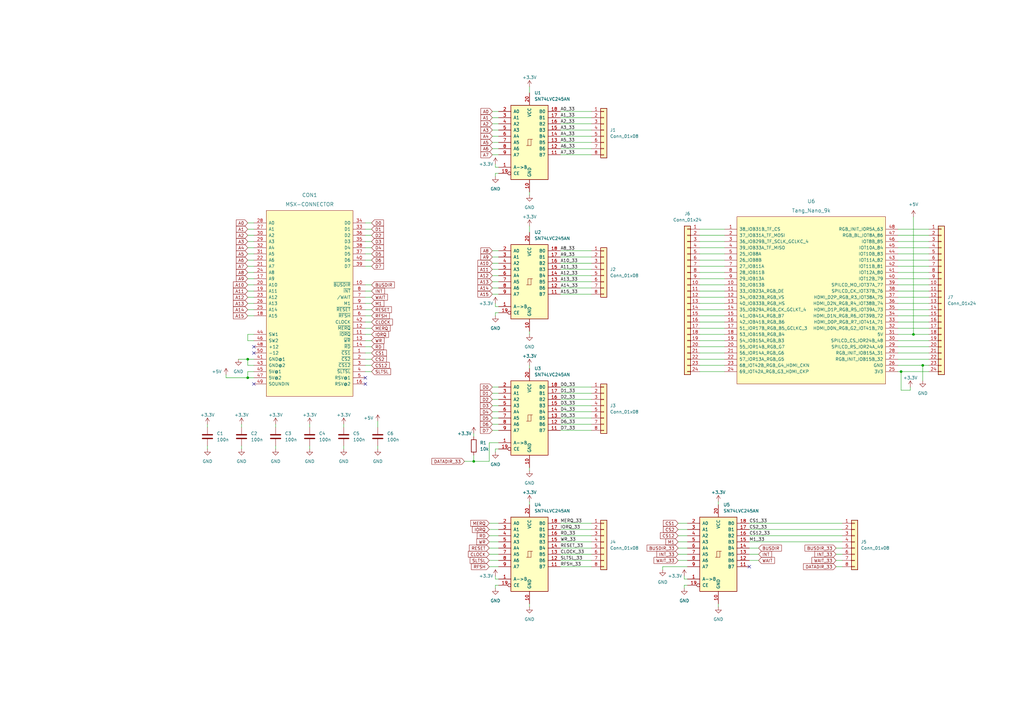
<source format=kicad_sch>
(kicad_sch (version 20211123) (generator eeschema)
  (paper "A3")
  (title_block (title "MSX-Tang Nano 9K Breakout") (date "2023-03-01"))
  (lib_symbols
    (symbol "Connector_Generic:Conn_01x08" (pin_names (offset 1.016) hide)
      (property "Reference" "J" (at 0 10.16 0))
      (property "Value" "Conn_01x08" (at 0 -12.7 0))
      (symbol "Conn_01x08_1_1"
        (pin passive line (at -5.08 7.62 0) (length 3.81) (name "Pin_1") (number "1"))
        (pin passive line (at -5.08 5.08 0) (length 3.81) (name "Pin_2") (number "2"))
        (pin passive line (at -5.08 2.54 0) (length 3.81) (name "Pin_3") (number "3"))
        (pin passive line (at -5.08 0 0) (length 3.81) (name "Pin_4") (number "4"))
        (pin passive line (at -5.08 -2.54 0) (length 3.81) (name "Pin_5") (number "5"))
        (pin passive line (at -5.08 -5.08 0) (length 3.81) (name "Pin_6") (number "6"))
        (pin passive line (at -5.08 -7.62 0) (length 3.81) (name "Pin_7") (number "7"))
        (pin passive line (at -5.08 -10.16 0) (length 3.81) (name "Pin_8") (number "8"))
      )
    )
    (symbol "Connector_Generic:Conn_01x24" (pin_names (offset 1.016) hide)
      (property "Reference" "J" (at 0 30.48 0))
      (property "Value" "Conn_01x24" (at 0 -33.02 0))
      (symbol "Conn_01x24_1_1"
        (pin passive line (at -5.08 27.94 0) (length 3.81) (name "Pin_1") (number "1"))
        (pin passive line (at -5.08 5.08 0) (length 3.81) (name "Pin_10") (number "10"))
        (pin passive line (at -5.08 2.54 0) (length 3.81) (name "Pin_11") (number "11"))
        (pin passive line (at -5.08 0 0) (length 3.81) (name "Pin_12") (number "12"))
        (pin passive line (at -5.08 -2.54 0) (length 3.81) (name "Pin_13") (number "13"))
        (pin passive line (at -5.08 -5.08 0) (length 3.81) (name "Pin_14") (number "14"))
        (pin passive line (at -5.08 -7.62 0) (length 3.81) (name "Pin_15") (number "15"))
        (pin passive line (at -5.08 -10.16 0) (length 3.81) (name "Pin_16") (number "16"))
        (pin passive line (at -5.08 -12.7 0) (length 3.81) (name "Pin_17") (number "17"))
        (pin passive line (at -5.08 -15.24 0) (length 3.81) (name "Pin_18") (number "18"))
        (pin passive line (at -5.08 -17.78 0) (length 3.81) (name "Pin_19") (number "19"))
        (pin passive line (at -5.08 25.4 0) (length 3.81) (name "Pin_2") (number "2"))
        (pin passive line (at -5.08 -20.32 0) (length 3.81) (name "Pin_20") (number "20"))
        (pin passive line (at -5.08 -22.86 0) (length 3.81) (name "Pin_21") (number "21"))
        (pin passive line (at -5.08 -25.4 0) (length 3.81) (name "Pin_22") (number "22"))
        (pin passive line (at -5.08 -27.94 0) (length 3.81) (name "Pin_23") (number "23"))
        (pin passive line (at -5.08 -30.48 0) (length 3.81) (name "Pin_24") (number "24"))
        (pin passive line (at -5.08 22.86 0) (length 3.81) (name "Pin_3") (number "3"))
        (pin passive line (at -5.08 20.32 0) (length 3.81) (name "Pin_4") (number "4"))
        (pin passive line (at -5.08 17.78 0) (length 3.81) (name "Pin_5") (number "5"))
        (pin passive line (at -5.08 15.24 0) (length 3.81) (name "Pin_6") (number "6"))
        (pin passive line (at -5.08 12.7 0) (length 3.81) (name "Pin_7") (number "7"))
        (pin passive line (at -5.08 10.16 0) (length 3.81) (name "Pin_8") (number "8"))
        (pin passive line (at -5.08 7.62 0) (length 3.81) (name "Pin_9") (number "9"))
      )
    )
    (symbol "Device:C" (pin_numbers hide) (pin_names (offset 0.254))
      (property "Reference" "C" (at 0.635 2.54 0))
      (property "Value" "C" (at 0.635 -2.54 0))
      (symbol "C_1_1"
        (pin passive line (at 0 3.81 270) (length 2.794) (name "~") (number "1"))
        (pin passive line (at 0 -3.81 90) (length 2.794) (name "~") (number "2"))
      )
    )
    (symbol "Device:R" (pin_numbers hide) (pin_names (offset 0))
      (property "Reference" "R" (at 2.032 0 90))
      (property "Value" "R" (at 0 0 90))
      (symbol "R_1_1"
        (pin passive line (at 0 3.81 270) (length 1.27) (name "~") (number "1"))
        (pin passive line (at 0 -3.81 90) (length 1.27) (name "~") (number "2"))
      )
    )
    (symbol "Mi_libreria:MSX-CONNECTOR" (pin_names (offset 1.016))
      (property "Reference" "CON1" (at -3.81 19.05 0))
      (property "Value" "MSX-CONNECTOR" (at -11.43 11.43 0))
      (symbol "MSX-CONNECTOR_1_0"
        (pin bidirectional line (at 22.86 -20.32 180) (length 5) (name "~{CS1}") (number "1"))
        (pin bidirectional line (at 22.86 7.62 180) (length 5) (name "~{BUSDIR}") (number "10"))
        (pin bidirectional line (at 22.86 -12.7 180) (length 5) (name "~{IORQ}") (number "11"))
        (pin bidirectional line (at 22.86 -10.16 180) (length 5) (name "~{MERQ}") (number "12"))
        (pin bidirectional line (at 22.86 -15.24 180) (length 5) (name "~{WR}") (number "13"))
        (pin bidirectional line (at 22.86 -17.78 180) (length 5) (name "~{RD}") (number "14"))
        (pin bidirectional line (at 22.86 -2.54 180) (length 5) (name "~{RESET}") (number "15"))
        (pin bidirectional line (at 22.86 -33.02 180) (length 5) (name "RSV@2") (number "16"))
        (pin bidirectional line (at -22.86 10.16 0) (length 5) (name "A9") (number "17"))
        (pin bidirectional line (at -22.86 -5.08 0) (length 5) (name "A15") (number "18"))
        (pin bidirectional line (at -22.86 5.08 0) (length 5) (name "A11") (number "19"))
        (pin bidirectional line (at 22.86 -22.86 180) (length 5) (name "~{CS2}") (number "2"))
        (pin bidirectional line (at -22.86 7.62 0) (length 5) (name "A10") (number "20"))
        (pin bidirectional line (at -22.86 15.24 0) (length 5) (name "A7") (number "21"))
        (pin bidirectional line (at -22.86 17.78 0) (length 5) (name "A6") (number "22"))
        (pin bidirectional line (at -22.86 2.54 0) (length 5) (name "A12") (number "23"))
        (pin bidirectional line (at -22.86 12.7 0) (length 5) (name "A8") (number "24"))
        (pin bidirectional line (at -22.86 -2.54 0) (length 5) (name "A14") (number "25"))
        (pin bidirectional line (at -22.86 0 0) (length 5) (name "A13") (number "26"))
        (pin bidirectional line (at -22.86 30.48 0) (length 5) (name "A1") (number "27"))
        (pin bidirectional line (at -22.86 33.02 0) (length 5) (name "A0") (number "28"))
        (pin bidirectional line (at -22.86 25.4 0) (length 5) (name "A3") (number "29"))
        (pin bidirectional line (at 22.86 -25.4 180) (length 5) (name "~{CS12}") (number "3"))
        (pin bidirectional line (at -22.86 27.94 0) (length 5) (name "A2") (number "30"))
        (pin bidirectional line (at -22.86 20.32 0) (length 5) (name "A5") (number "31"))
        (pin bidirectional line (at -22.86 22.86 0) (length 5) (name "A4") (number "32"))
        (pin bidirectional line (at 22.86 30.48 180) (length 5) (name "D1") (number "33"))
        (pin bidirectional line (at 22.86 33.02 180) (length 5) (name "D0") (number "34"))
        (pin bidirectional line (at 22.86 25.4 180) (length 5) (name "D3") (number "35"))
        (pin bidirectional line (at 22.86 27.94 180) (length 5) (name "D2") (number "36"))
        (pin bidirectional line (at 22.86 20.32 180) (length 5) (name "D5") (number "37"))
        (pin bidirectional line (at 22.86 22.86 180) (length 5) (name "D4") (number "38"))
        (pin bidirectional line (at 22.86 15.24 180) (length 5) (name "D7") (number "39"))
        (pin bidirectional line (at 22.86 -27.94 180) (length 5) (name "~{SLTSL}") (number "4"))
        (pin bidirectional line (at 22.86 17.78 180) (length 5) (name "D6") (number "40"))
        (pin bidirectional line (at -22.86 -22.86 0) (length 5) (name "GND@1") (number "41"))
        (pin bidirectional line (at 22.86 -7.62 180) (length 5) (name "CLOCK") (number "42"))
        (pin bidirectional line (at -22.86 -25.4 0) (length 5) (name "GND@2") (number "43"))
        (pin bidirectional line (at -22.86 -12.7 0) (length 5) (name "SW1") (number "44"))
        (pin bidirectional line (at -22.86 -27.94 0) (length 5) (name "5V@1") (number "45"))
        (pin bidirectional line (at -22.86 -15.24 0) (length 5) (name "SW2") (number "46"))
        (pin bidirectional line (at -22.86 -30.48 0) (length 5) (name "5V@2") (number "47"))
        (pin bidirectional line (at -22.86 -17.78 0) (length 5) (name "+12") (number "48"))
        (pin bidirectional line (at -22.86 -33.02 0) (length 5) (name "SOUNDIN") (number "49"))
        (pin bidirectional line (at 22.86 -30.48 180) (length 5) (name "RSV@1") (number "5"))
        (pin bidirectional line (at -22.86 -20.32 0) (length 5) (name "-12") (number "50"))
        (pin bidirectional line (at 22.86 -5.08 180) (length 5) (name "~{RFSH}") (number "6"))
        (pin bidirectional line (at 22.86 2.54 180) (length 5) (name "/WAIT") (number "7"))
        (pin bidirectional line (at 22.86 5.08 180) (length 5) (name "~{INT}") (number "8"))
        (pin bidirectional line (at 22.86 0 180) (length 5) (name "M1") (number "9"))
      )
    )
    (symbol "Mi_libreria:SN74LVC245AN" (pin_names (offset 1.016))
      (property "Reference" "U" (at -7.62 16.51 0))
      (property "Value" "SN74LVC245AN" (at -7.62 -16.51 0))
      (symbol "SN74LVC245AN_1_0"
        (pin input line (at -12.7 -10.16 0) (length 5.08) (name "A->B") (number "1"))
        (pin power_in line (at 0 -20.32 90) (length 5.08) (name "GND") (number "10"))
        (pin tri_state line (at 12.7 -5.08 180) (length 5.08) (name "B7") (number "11"))
        (pin tri_state line (at 12.7 -2.54 180) (length 5.08) (name "B6") (number "12"))
        (pin tri_state line (at 12.7 0 180) (length 5.08) (name "B5") (number "13"))
        (pin tri_state line (at 12.7 2.54 180) (length 5.08) (name "B4") (number "14"))
        (pin tri_state line (at 12.7 5.08 180) (length 5.08) (name "B3") (number "15"))
        (pin tri_state line (at 12.7 7.62 180) (length 5.08) (name "B2") (number "16"))
        (pin tri_state line (at 12.7 10.16 180) (length 5.08) (name "B1") (number "17"))
        (pin tri_state line (at 12.7 12.7 180) (length 5.08) (name "B0") (number "18"))
        (pin input inverted (at -12.7 -12.7 0) (length 5.08) (name "CE") (number "19"))
        (pin tri_state line (at -12.7 12.7 0) (length 5.08) (name "A0") (number "2"))
        (pin power_in line (at 0 20.32 270) (length 5.08) (name "VCC") (number "20"))
        (pin tri_state line (at -12.7 10.16 0) (length 5.08) (name "A1") (number "3"))
        (pin tri_state line (at -12.7 7.62 0) (length 5.08) (name "A2") (number "4"))
        (pin tri_state line (at -12.7 5.08 0) (length 5.08) (name "A3") (number "5"))
        (pin tri_state line (at -12.7 2.54 0) (length 5.08) (name "A4") (number "6"))
        (pin tri_state line (at -12.7 0 0) (length 5.08) (name "A5") (number "7"))
        (pin tri_state line (at -12.7 -2.54 0) (length 5.08) (name "A6") (number "8"))
        (pin tri_state line (at -12.7 -5.08 0) (length 5.08) (name "A7") (number "9"))
      )
    )
    (symbol "Mi_libreria:Tang_Nano_9k" (pin_names (offset 1.016))
      (property "Reference" "U" (at -5.08 15.24 0))
      (property "Value" "Tang_Nano_9k" (at -10.16 11.43 0))
      (symbol "Tang_Nano_9k_1_0"
        (pin bidirectional line (at -35.56 27.94 0) (length 5) (name "38_IOB31B_TF_CS") (number "1"))
        (pin bidirectional line (at -35.56 5.08 0) (length 5) (name "30_IOB13B") (number "10"))
        (pin bidirectional line (at -35.56 2.54 0) (length 5) (name "33_IOB23A_RGB_DE") (number "11"))
        (pin bidirectional line (at -35.56 0 0) (length 5) (name "34_IOB23B_RGB_VS") (number "12"))
        (pin bidirectional line (at -35.56 -2.54 0) (length 5) (name "40_IOB33B_RGB_HS") (number "13"))
        (pin bidirectional line (at -35.56 -5.08 0) (length 5) (name "35_IOB29A_RGB_CK_GCLKT_4") (number "14"))
        (pin bidirectional line (at -35.56 -7.62 0) (length 5) (name "41_IOB41A_RGB_B7") (number "15"))
        (pin bidirectional line (at -35.56 -10.16 0) (length 5) (name "42_IOB41B_RGB_B6") (number "16"))
        (pin bidirectional line (at -35.56 -12.7 0) (length 5) (name "51_IOR17B_RGB_B5_GCLKC_3") (number "17"))
        (pin bidirectional line (at -35.56 -15.24 0) (length 5) (name "53_IOB15B_RGB_B4") (number "18"))
        (pin bidirectional line (at -35.56 -17.78 0) (length 5) (name "54_IOB15A_RGB_B3") (number "19"))
        (pin bidirectional line (at -35.56 25.4 0) (length 5) (name "37_IOB31A_TF_MOSI") (number "2"))
        (pin bidirectional line (at -35.56 -20.32 0) (length 5) (name "55_IOR14B_RGB_G7") (number "20"))
        (pin bidirectional line (at -35.56 -22.86 0) (length 5) (name "56_IOR14A_RGB_G6") (number "21"))
        (pin bidirectional line (at -35.56 -25.4 0) (length 5) (name "57_IOR13A_RGB_G5") (number "22"))
        (pin bidirectional line (at -35.56 -27.94 0) (length 5) (name "68_IOT42B_RGB_G4_HDMI_CKN") (number "23"))
        (pin bidirectional line (at -35.56 -30.48 0) (length 5) (name "69_IOT42A_RGB_G3_HDMI_CKP") (number "24"))
        (pin bidirectional line (at 35.56 -30.48 180) (length 5) (name "3V3") (number "25"))
        (pin bidirectional line (at 35.56 -27.94 180) (length 5) (name "GND") (number "26"))
        (pin bidirectional line (at 35.56 -25.4 180) (length 5) (name "RGB_INIT_IOB15B_32") (number "27"))
        (pin bidirectional line (at 35.56 -22.86 180) (length 5) (name "RGB_INIT_IOB15A_31") (number "28"))
        (pin bidirectional line (at 35.56 -20.32 180) (length 5) (name "SPILCD_RS_IOR24A_49") (number "29"))
        (pin bidirectional line (at -35.56 22.86 0) (length 5) (name "36_IOB29B_TF_SCLK_GCLKC_4") (number "3"))
        (pin bidirectional line (at 35.56 -17.78 180) (length 5) (name "SPILCD_CS_IOR24B_48") (number "30"))
        (pin bidirectional line (at 35.56 -15.24 180) (length 5) (name "5V") (number "31"))
        (pin bidirectional line (at 35.56 -12.7 180) (length 5) (name "HDMI_D0N_RGB_G2_IOT41B_70") (number "32"))
        (pin bidirectional line (at 35.56 -10.16 180) (length 5) (name "HDMI_D0P_RGB_R7_IOT41A_71") (number "33"))
        (pin bidirectional line (at 35.56 -7.62 180) (length 5) (name "HDMI_D1N_RGB_R6_IOT39B_72") (number "34"))
        (pin bidirectional line (at 35.56 -5.08 180) (length 5) (name "HDMI_D1P_RGB_R5_IOT39A_73") (number "35"))
        (pin bidirectional line (at 35.56 -2.54 180) (length 5) (name "HDMI_D2N_RGB_R4_IOT38B_74") (number "36"))
        (pin bidirectional line (at 35.56 0 180) (length 5) (name "HDMI_D2P_RGB_R3_IOT38A_75") (number "37"))
        (pin bidirectional line (at 35.56 2.54 180) (length 5) (name "SPILCD_CK_IOT37B_76") (number "38"))
        (pin bidirectional line (at 35.56 5.08 180) (length 5) (name "SPILCD_MO_IOT37A_77") (number "39"))
        (pin bidirectional line (at -35.56 20.32 0) (length 5) (name "39_IOB33A_TF_MISO") (number "4"))
        (pin bidirectional line (at 35.56 7.62 180) (length 5) (name "IOT12B_79") (number "40"))
        (pin bidirectional line (at 35.56 10.16 180) (length 5) (name "IOT12A_80") (number "41"))
        (pin bidirectional line (at 35.56 12.7 180) (length 5) (name "IOT11B_81") (number "42"))
        (pin bidirectional line (at 35.56 15.24 180) (length 5) (name "IOT11A_82") (number "43"))
        (pin bidirectional line (at 35.56 17.78 180) (length 5) (name "IOT10B_83") (number "44"))
        (pin bidirectional line (at 35.56 20.32 180) (length 5) (name "IOT10A_84") (number "45"))
        (pin bidirectional line (at 35.56 22.86 180) (length 5) (name "IOT8B_85") (number "46"))
        (pin bidirectional line (at 35.56 25.4 180) (length 5) (name "RGB_BL_IOT8A_86") (number "47"))
        (pin bidirectional line (at 35.56 27.94 180) (length 5) (name "RGB_INIT_IOR5A_63") (number "48"))
        (pin bidirectional line (at -35.56 17.78 0) (length 5) (name "25_IOB8A") (number "5"))
        (pin bidirectional line (at -35.56 15.24 0) (length 5) (name "26_IOB8B") (number "6"))
        (pin bidirectional line (at -35.56 12.7 0) (length 5) (name "27_IOB11A") (number "7"))
        (pin bidirectional line (at -35.56 10.16 0) (length 5) (name "28_IOB11B") (number "8"))
        (pin bidirectional line (at -35.56 7.62 0) (length 5) (name "29_IOB13A") (number "9"))
      )
    )
    (symbol "power:+3.3V" (power) (pin_names (offset 0))
      (property "Value" "+3.3V" (at 0 3.556 0))
      (symbol "+3.3V_1_1"
        (pin power_in line (at 0 0 90) (length 0) hide (name "+3.3V") (number "1"))
      )
    )
    (symbol "power:+5V" (power) (pin_names (offset 0))
      (property "Value" "+5V" (at 0 3.556 0))
      (symbol "+5V_1_1"
        (pin power_in line (at 0 0 90) (length 0) hide (name "+5V") (number "1"))
      )
    )
    (symbol "power:GND" (power) (pin_names (offset 0))
      (property "Value" "GND" (at 0 -3.81 0))
      (symbol "GND_1_1"
        (pin power_in line (at 0 0 270) (length 0) hide (name "GND") (number "1"))
      )
    )
  )
  (junction (at 101.6 147.32))
  (junction (at 378.46 149.86))
  (junction (at 101.6 154.94))
  (junction (at 194.31 189.23))
  (junction (at 374.65 137.16))
  (junction (at 369.57 152.4))
  (no_connect (at 149.86 157.48))
  (no_connect (at 307.34 232.41))
  (no_connect (at 104.14 142.24))
  (no_connect (at 104.14 144.78))
  (no_connect (at 149.86 154.94))
  (no_connect (at 104.14 157.48))
  (wire (pts (xy 101.6 109.22) (xy 104.14 109.22)))
  (wire (pts (xy 229.87 102.87) (xy 242.57 102.87)))
  (wire (pts (xy 201.93 53.34) (xy 204.47 53.34)))
  (wire (pts (xy 149.86 142.24) (xy 152.4 142.24)))
  (wire (pts (xy 307.34 214.63) (xy 345.44 214.63)))
  (wire (pts (xy 201.93 173.99) (xy 204.47 173.99)))
  (wire (pts (xy 201.93 110.49) (xy 204.47 110.49)))
  (wire (pts (xy 217.17 35.56) (xy 217.17 38.1)))
  (wire (pts (xy 101.6 119.38) (xy 104.14 119.38)))
  (wire (pts (xy 278.13 217.17) (xy 281.94 217.17)))
  (wire (pts (xy 278.13 214.63) (xy 281.94 214.63)))
  (wire (pts (xy 368.3 93.98) (xy 381 93.98)))
  (wire (pts (xy 194.31 189.23) (xy 200.66 189.23)))
  (wire (pts (xy 200.66 219.71) (xy 204.47 219.71)))
  (wire (pts (xy 278.13 219.71) (xy 281.94 219.71)))
  (wire (pts (xy 201.93 158.75) (xy 204.47 158.75)))
  (wire (pts (xy 201.93 105.41) (xy 204.47 105.41)))
  (wire (pts (xy 307.34 219.71) (xy 345.44 219.71)))
  (wire (pts (xy 200.66 224.79) (xy 204.47 224.79)))
  (wire (pts (xy 149.86 121.92) (xy 152.4 121.92)))
  (wire (pts (xy 200.66 229.87) (xy 204.47 229.87)))
  (wire (pts (xy 201.93 118.11) (xy 204.47 118.11)))
  (wire (pts (xy 229.87 120.65) (xy 242.57 120.65)))
  (wire (pts (xy 229.87 176.53) (xy 242.57 176.53)))
  (wire (pts (xy 287.02 124.46) (xy 297.18 124.46)))
  (wire (pts (xy 278.13 224.79) (xy 281.94 224.79)))
  (wire (pts (xy 342.9 229.87) (xy 345.44 229.87)))
  (wire (pts (xy 287.02 119.38) (xy 297.18 119.38)))
  (wire (pts (xy 368.3 121.92) (xy 381 121.92)))
  (wire (pts (xy 127 182.88) (xy 127 184.15)))
  (wire (pts (xy 368.3 149.86) (xy 378.46 149.86)))
  (wire (pts (xy 373.38 158.75) (xy 373.38 160.02)))
  (wire (pts (xy 229.87 166.37) (xy 242.57 166.37)))
  (wire (pts (xy 229.87 158.75) (xy 242.57 158.75)))
  (wire (pts (xy 278.13 229.87) (xy 281.94 229.87)))
  (wire (pts (xy 149.86 149.86) (xy 152.4 149.86)))
  (wire (pts (xy 229.87 113.03) (xy 242.57 113.03)))
  (wire (pts (xy 149.86 147.32) (xy 152.4 147.32)))
  (wire (pts (xy 229.87 222.25) (xy 242.57 222.25)))
  (wire (pts (xy 201.93 176.53) (xy 204.47 176.53)))
  (wire (pts (xy 149.86 106.68) (xy 152.4 106.68)))
  (wire (pts (xy 149.86 116.84) (xy 152.4 116.84)))
  (wire (pts (xy 113.03 182.88) (xy 113.03 184.15)))
  (wire (pts (xy 368.3 96.52) (xy 381 96.52)))
  (wire (pts (xy 101.6 121.92) (xy 104.14 121.92)))
  (wire (pts (xy 229.87 173.99) (xy 242.57 173.99)))
  (wire (pts (xy 369.57 152.4) (xy 381 152.4)))
  (wire (pts (xy 281.94 240.03) (xy 280.67 240.03)))
  (wire (pts (xy 149.86 129.54) (xy 152.4 129.54)))
  (wire (pts (xy 204.47 71.12) (xy 203.2 71.12)))
  (wire (pts (xy 368.3 101.6) (xy 381 101.6)))
  (wire (pts (xy 307.34 229.87) (xy 311.15 229.87)))
  (wire (pts (xy 287.02 129.54) (xy 297.18 129.54)))
  (wire (pts (xy 201.93 171.45) (xy 204.47 171.45)))
  (wire (pts (xy 149.86 137.16) (xy 152.4 137.16)))
  (wire (pts (xy 201.93 48.26) (xy 204.47 48.26)))
  (wire (pts (xy 203.2 128.27) (xy 203.2 129.54)))
  (wire (pts (xy 229.87 110.49) (xy 242.57 110.49)))
  (wire (pts (xy 287.02 109.22) (xy 297.18 109.22)))
  (wire (pts (xy 101.6 93.98) (xy 104.14 93.98)))
  (wire (pts (xy 369.57 160.02) (xy 373.38 160.02)))
  (wire (pts (xy 99.06 182.88) (xy 99.06 184.15)))
  (wire (pts (xy 229.87 50.8) (xy 242.57 50.8)))
  (wire (pts (xy 101.6 99.06) (xy 104.14 99.06)))
  (wire (pts (xy 201.93 120.65) (xy 204.47 120.65)))
  (wire (pts (xy 154.94 172.72) (xy 154.94 175.26)))
  (wire (pts (xy 294.64 247.65) (xy 294.64 248.92)))
  (wire (pts (xy 374.65 137.16) (xy 368.3 137.16)))
  (wire (pts (xy 149.86 132.08) (xy 152.4 132.08)))
  (wire (pts (xy 85.09 182.88) (xy 85.09 184.15)))
  (wire (pts (xy 287.02 106.68) (xy 297.18 106.68)))
  (wire (pts (xy 229.87 163.83) (xy 242.57 163.83)))
  (wire (pts (xy 149.86 127) (xy 152.4 127)))
  (wire (pts (xy 368.3 111.76) (xy 381 111.76)))
  (wire (pts (xy 201.93 50.8) (xy 204.47 50.8)))
  (wire (pts (xy 229.87 58.42) (xy 242.57 58.42)))
  (wire (pts (xy 229.87 115.57) (xy 242.57 115.57)))
  (wire (pts (xy 99.06 173.99) (xy 99.06 175.26)))
  (wire (pts (xy 307.34 224.79) (xy 311.15 224.79)))
  (wire (pts (xy 368.3 144.78) (xy 381 144.78)))
  (wire (pts (xy 201.93 115.57) (xy 204.47 115.57)))
  (wire (pts (xy 374.65 88.9) (xy 374.65 137.16)))
  (wire (pts (xy 278.13 227.33) (xy 281.94 227.33)))
  (wire (pts (xy 204.47 128.27) (xy 203.2 128.27)))
  (wire (pts (xy 287.02 93.98) (xy 297.18 93.98)))
  (wire (pts (xy 104.14 147.32) (xy 101.6 147.32)))
  (wire (pts (xy 374.65 137.16) (xy 381 137.16)))
  (wire (pts (xy 149.86 104.14) (xy 152.4 104.14)))
  (wire (pts (xy 229.87 171.45) (xy 242.57 171.45)))
  (wire (pts (xy 101.6 116.84) (xy 104.14 116.84)))
  (wire (pts (xy 287.02 101.6) (xy 297.18 101.6)))
  (wire (pts (xy 368.3 142.24) (xy 381 142.24)))
  (wire (pts (xy 149.86 101.6) (xy 152.4 101.6)))
  (wire (pts (xy 287.02 134.62) (xy 297.18 134.62)))
  (wire (pts (xy 229.87 214.63) (xy 242.57 214.63)))
  (wire (pts (xy 101.6 129.54) (xy 104.14 129.54)))
  (wire (pts (xy 92.71 154.94) (xy 101.6 154.94)))
  (wire (pts (xy 368.3 119.38) (xy 381 119.38)))
  (wire (pts (xy 101.6 104.14) (xy 104.14 104.14)))
  (wire (pts (xy 307.34 227.33) (xy 311.15 227.33)))
  (wire (pts (xy 368.3 106.68) (xy 381 106.68)))
  (wire (pts (xy 201.93 168.91) (xy 204.47 168.91)))
  (wire (pts (xy 201.93 102.87) (xy 204.47 102.87)))
  (wire (pts (xy 101.6 154.94) (xy 104.14 154.94)))
  (wire (pts (xy 200.66 189.23) (xy 200.66 181.61)))
  (wire (pts (xy 101.6 124.46) (xy 104.14 124.46)))
  (wire (pts (xy 140.97 173.99) (xy 140.97 175.26)))
  (wire (pts (xy 101.6 137.16) (xy 101.6 139.7)))
  (wire (pts (xy 294.64 205.74) (xy 294.64 207.01)))
  (wire (pts (xy 368.3 109.22) (xy 381 109.22)))
  (wire (pts (xy 287.02 152.4) (xy 297.18 152.4)))
  (wire (pts (xy 229.87 217.17) (xy 242.57 217.17)))
  (wire (pts (xy 127 173.99) (xy 127 175.26)))
  (wire (pts (xy 149.86 99.06) (xy 152.4 99.06)))
  (wire (pts (xy 229.87 107.95) (xy 242.57 107.95)))
  (wire (pts (xy 200.66 181.61) (xy 204.47 181.61)))
  (wire (pts (xy 368.3 124.46) (xy 381 124.46)))
  (wire (pts (xy 201.93 113.03) (xy 204.47 113.03)))
  (wire (pts (xy 229.87 168.91) (xy 242.57 168.91)))
  (wire (pts (xy 217.17 135.89) (xy 217.17 137.16)))
  (wire (pts (xy 368.3 132.08) (xy 381 132.08)))
  (wire (pts (xy 229.87 55.88) (xy 242.57 55.88)))
  (wire (pts (xy 287.02 104.14) (xy 297.18 104.14)))
  (wire (pts (xy 92.71 153.67) (xy 92.71 154.94)))
  (wire (pts (xy 229.87 224.79) (xy 242.57 224.79)))
  (wire (pts (xy 203.2 124.46) (xy 203.2 125.73)))
  (wire (pts (xy 287.02 127) (xy 297.18 127)))
  (wire (pts (xy 203.2 236.22) (xy 203.2 237.49)))
  (wire (pts (xy 204.47 68.58) (xy 203.2 68.58)))
  (wire (pts (xy 101.6 91.44) (xy 104.14 91.44)))
  (wire (pts (xy 194.31 177.8) (xy 194.31 179.07)))
  (wire (pts (xy 287.02 99.06) (xy 297.18 99.06)))
  (wire (pts (xy 203.2 237.49) (xy 204.47 237.49)))
  (wire (pts (xy 287.02 121.92) (xy 297.18 121.92)))
  (wire (pts (xy 204.47 184.15) (xy 203.2 184.15)))
  (wire (pts (xy 229.87 118.11) (xy 242.57 118.11)))
  (wire (pts (xy 101.6 152.4) (xy 101.6 154.94)))
  (wire (pts (xy 200.66 227.33) (xy 204.47 227.33)))
  (wire (pts (xy 368.3 104.14) (xy 381 104.14)))
  (wire (pts (xy 200.66 222.25) (xy 204.47 222.25)))
  (wire (pts (xy 101.6 111.76) (xy 104.14 111.76)))
  (wire (pts (xy 201.93 55.88) (xy 204.47 55.88)))
  (wire (pts (xy 101.6 147.32) (xy 101.6 149.86)))
  (wire (pts (xy 101.6 127) (xy 104.14 127)))
  (wire (pts (xy 378.46 149.86) (xy 381 149.86)))
  (wire (pts (xy 229.87 105.41) (xy 242.57 105.41)))
  (wire (pts (xy 368.3 129.54) (xy 381 129.54)))
  (wire (pts (xy 201.93 107.95) (xy 204.47 107.95)))
  (wire (pts (xy 201.93 60.96) (xy 204.47 60.96)))
  (wire (pts (xy 287.02 139.7) (xy 297.18 139.7)))
  (wire (pts (xy 201.93 58.42) (xy 204.47 58.42)))
  (wire (pts (xy 101.6 96.52) (xy 104.14 96.52)))
  (wire (pts (xy 200.66 217.17) (xy 204.47 217.17)))
  (wire (pts (xy 229.87 227.33) (xy 242.57 227.33)))
  (wire (pts (xy 229.87 219.71) (xy 242.57 219.71)))
  (wire (pts (xy 203.2 67.31) (xy 203.2 68.58)))
  (wire (pts (xy 217.17 191.77) (xy 217.17 193.04)))
  (wire (pts (xy 229.87 48.26) (xy 242.57 48.26)))
  (wire (pts (xy 229.87 63.5) (xy 242.57 63.5)))
  (wire (pts (xy 271.78 232.41) (xy 281.94 232.41)))
  (wire (pts (xy 342.9 232.41) (xy 345.44 232.41)))
  (wire (pts (xy 200.66 214.63) (xy 204.47 214.63)))
  (wire (pts (xy 149.86 124.46) (xy 152.4 124.46)))
  (wire (pts (xy 85.09 173.99) (xy 85.09 175.26)))
  (wire (pts (xy 287.02 137.16) (xy 297.18 137.16)))
  (wire (pts (xy 101.6 149.86) (xy 104.14 149.86)))
  (wire (pts (xy 287.02 111.76) (xy 297.18 111.76)))
  (wire (pts (xy 368.3 116.84) (xy 381 116.84)))
  (wire (pts (xy 287.02 116.84) (xy 297.18 116.84)))
  (wire (pts (xy 140.97 182.88) (xy 140.97 184.15)))
  (wire (pts (xy 307.34 217.17) (xy 345.44 217.17)))
  (wire (pts (xy 149.86 139.7) (xy 152.4 139.7)))
  (wire (pts (xy 201.93 163.83) (xy 204.47 163.83)))
  (wire (pts (xy 287.02 144.78) (xy 297.18 144.78)))
  (wire (pts (xy 368.3 134.62) (xy 381 134.62)))
  (wire (pts (xy 280.67 237.49) (xy 281.94 237.49)))
  (wire (pts (xy 307.34 222.25) (xy 345.44 222.25)))
  (wire (pts (xy 229.87 229.87) (xy 242.57 229.87)))
  (wire (pts (xy 149.86 91.44) (xy 152.4 91.44)))
  (wire (pts (xy 149.86 134.62) (xy 152.4 134.62)))
  (wire (pts (xy 203.2 240.03) (xy 203.2 241.3)))
  (wire (pts (xy 342.9 227.33) (xy 345.44 227.33)))
  (wire (pts (xy 204.47 240.03) (xy 203.2 240.03)))
  (wire (pts (xy 287.02 149.86) (xy 297.18 149.86)))
  (wire (pts (xy 101.6 114.3) (xy 104.14 114.3)))
  (wire (pts (xy 217.17 149.86) (xy 217.17 151.13)))
  (wire (pts (xy 217.17 205.74) (xy 217.17 207.01)))
  (wire (pts (xy 201.93 161.29) (xy 204.47 161.29)))
  (wire (pts (xy 287.02 96.52) (xy 297.18 96.52)))
  (wire (pts (xy 101.6 139.7) (xy 104.14 139.7)))
  (wire (pts (xy 368.3 139.7) (xy 381 139.7)))
  (wire (pts (xy 203.2 184.15) (xy 203.2 185.42)))
  (wire (pts (xy 278.13 222.25) (xy 281.94 222.25)))
  (wire (pts (xy 229.87 53.34) (xy 242.57 53.34)))
  (wire (pts (xy 368.3 152.4) (xy 369.57 152.4)))
  (wire (pts (xy 149.86 144.78) (xy 152.4 144.78)))
  (wire (pts (xy 201.93 166.37) (xy 204.47 166.37)))
  (wire (pts (xy 149.86 119.38) (xy 152.4 119.38)))
  (wire (pts (xy 229.87 45.72) (xy 242.57 45.72)))
  (wire (pts (xy 204.47 125.73) (xy 203.2 125.73)))
  (wire (pts (xy 104.14 152.4) (xy 101.6 152.4)))
  (wire (pts (xy 149.86 152.4) (xy 152.4 152.4)))
  (wire (pts (xy 368.3 99.06) (xy 381 99.06)))
  (wire (pts (xy 287.02 114.3) (xy 297.18 114.3)))
  (wire (pts (xy 194.31 186.69) (xy 194.31 189.23)))
  (wire (pts (xy 217.17 78.74) (xy 217.17 80.01)))
  (wire (pts (xy 229.87 60.96) (xy 242.57 60.96)))
  (wire (pts (xy 368.3 127) (xy 381 127)))
  (wire (pts (xy 229.87 161.29) (xy 242.57 161.29)))
  (wire (pts (xy 342.9 224.79) (xy 345.44 224.79)))
  (wire (pts (xy 149.86 96.52) (xy 152.4 96.52)))
  (wire (pts (xy 271.78 233.68) (xy 271.78 232.41)))
  (wire (pts (xy 369.57 152.4) (xy 369.57 160.02)))
  (wire (pts (xy 201.93 45.72) (xy 204.47 45.72)))
  (wire (pts (xy 287.02 147.32) (xy 297.18 147.32)))
  (wire (pts (xy 149.86 93.98) (xy 152.4 93.98)))
  (wire (pts (xy 201.93 63.5) (xy 204.47 63.5)))
  (wire (pts (xy 154.94 182.88) (xy 154.94 184.15)))
  (wire (pts (xy 101.6 106.68) (xy 104.14 106.68)))
  (wire (pts (xy 190.5 189.23) (xy 194.31 189.23)))
  (wire (pts (xy 149.86 109.22) (xy 152.4 109.22)))
  (wire (pts (xy 203.2 71.12) (xy 203.2 72.39)))
  (wire (pts (xy 287.02 142.24) (xy 297.18 142.24)))
  (wire (pts (xy 280.67 236.22) (xy 280.67 237.49)))
  (wire (pts (xy 217.17 92.71) (xy 217.17 95.25)))
  (wire (pts (xy 101.6 101.6) (xy 104.14 101.6)))
  (wire (pts (xy 368.3 114.3) (xy 381 114.3)))
  (wire (pts (xy 368.3 147.32) (xy 381 147.32)))
  (wire (pts (xy 287.02 132.08) (xy 297.18 132.08)))
  (wire (pts (xy 97.79 147.32) (xy 101.6 147.32)))
  (wire (pts (xy 113.03 173.99) (xy 113.03 175.26)))
  (wire (pts (xy 229.87 232.41) (xy 242.57 232.41)))
  (wire (pts (xy 378.46 156.21) (xy 378.46 149.86)))
  (wire (pts (xy 217.17 247.65) (xy 217.17 248.92)))
  (wire (pts (xy 280.67 240.03) (xy 280.67 241.3)))
  (wire (pts (xy 104.14 137.16) (xy 101.6 137.16)))
  (wire (pts (xy 200.66 232.41) (xy 204.47 232.41)))
  (label "A8_33" (at 229.87 102.87 0))
  (label "D0_33" (at 229.87 158.75 0))
  (label "A2_33" (at 229.87 50.8 0))
  (label "A5_33" (at 229.87 58.42 0))
  (label "SLTSL_33" (at 229.87 229.87 0))
  (label "D5_33" (at 229.87 171.45 0))
  (label "CS2_33" (at 307.34 217.17 0))
  (label "D4_33" (at 229.87 168.91 0))
  (label "CS12_33" (at 307.34 219.71 0))
  (label "WR_33" (at 229.87 222.25 0))
  (label "M1_33" (at 307.34 222.25 0))
  (label "CLOCK_33" (at 229.87 227.33 0))
  (label "A13_33" (at 229.87 115.57 0))
  (label "CS1_33" (at 307.34 214.63 0))
  (label "A10_33" (at 229.87 107.95 0))
  (label "A1_33" (at 229.87 48.26 0))
  (label "A6_33" (at 229.9211 60.96 0))
  (label "A11_33" (at 229.87 110.49 0))
  (label "A4_33" (at 229.87 55.88 0))
  (label "MERQ_33" (at 229.87 214.63 0))
  (label "A7_33" (at 229.87 63.5 0))
  (label "D6_33" (at 229.87 173.99 0))
  (label "RFSH_33" (at 229.87 232.41 0))
  (label "A15_33" (at 229.87 120.65 0))
  (label "RD_33" (at 229.87 219.71 0))
  (label "D3_33" (at 229.87 166.37 0))
  (label "RESET_33" (at 229.87 224.79 0))
  (label "A14_33" (at 229.9211 118.11 0))
  (label "IORQ_33" (at 229.87 217.17 0))
  (label "A3_33" (at 229.87 53.34 0))
  (label "D7_33" (at 229.87 176.53 0))
  (label "D2_33" (at 229.87 163.83 0))
  (label "A0_33" (at 229.87 45.72 0))
  (label "A12_33" (at 229.87 113.03 0))
  (label "D1_33" (at 229.87 161.29 0))
  (label "A9_33" (at 229.87 105.41 0))
  (global_label "RFSH" (shape input) (at 152.4 129.54 0) (property "Intersheet References" "${INTERSHEET_REFS}" (effects hide)))
  (global_label "SLTSL" (shape input) (at 200.66 229.87 180) (property "Intersheet References" "${INTERSHEET_REFS}" (effects hide)))
  (global_label "WR" (shape input) (at 200.66 222.25 180) (property "Intersheet References" "${INTERSHEET_REFS}" (effects hide)))
  (global_label "M1" (shape input) (at 278.13 222.25 180) (property "Intersheet References" "${INTERSHEET_REFS}" (effects hide)))
  (global_label "DATADIR_33" (shape input) (at 342.9 232.41 180) (property "Intersheet References" "${INTERSHEET_REFS}" (effects hide)))
  (global_label "CS1" (shape input) (at 152.4 144.78 0) (property "Intersheet References" "${INTERSHEET_REFS}" (effects hide)))
  (global_label "A5" (shape input) (at 101.6 104.14 180) (property "Intersheet References" "${INTERSHEET_REFS}" (effects hide)))
  (global_label "A6" (shape input) (at 101.6 106.68 180) (property "Intersheet References" "${INTERSHEET_REFS}" (effects hide)))
  (global_label "D3" (shape input) (at 201.93 166.37 180) (property "Intersheet References" "${INTERSHEET_REFS}" (effects hide)))
  (global_label "IORQ" (shape input) (at 200.66 217.17 180) (property "Intersheet References" "${INTERSHEET_REFS}" (effects hide)))
  (global_label "BUSDIR_33" (shape input) (at 278.13 224.79 180) (property "Intersheet References" "${INTERSHEET_REFS}" (effects hide)))
  (global_label "BUSDIR_33" (shape input) (at 342.9 224.79 180) (property "Intersheet References" "${INTERSHEET_REFS}" (effects hide)))
  (global_label "A13" (shape input) (at 101.6 124.46 180) (property "Intersheet References" "${INTERSHEET_REFS}" (effects hide)))
  (global_label "A7" (shape input) (at 201.93 63.5 180) (property "Intersheet References" "${INTERSHEET_REFS}" (effects hide)))
  (global_label "CS2" (shape input) (at 278.13 217.17 180) (property "Intersheet References" "${INTERSHEET_REFS}" (effects hide)))
  (global_label "A14" (shape input) (at 201.93 118.11 180) (property "Intersheet References" "${INTERSHEET_REFS}" (effects hide)))
  (global_label "D0" (shape input) (at 201.93 158.75 180) (property "Intersheet References" "${INTERSHEET_REFS}" (effects hide)))
  (global_label "A8" (shape input) (at 201.93 102.87 180) (property "Intersheet References" "${INTERSHEET_REFS}" (effects hide)))
  (global_label "A0" (shape input) (at 101.6 91.44 180) (property "Intersheet References" "${INTERSHEET_REFS}" (effects hide)))
  (global_label "A9" (shape input) (at 201.93 105.41 180) (property "Intersheet References" "${INTERSHEET_REFS}" (effects hide)))
  (global_label "BUSDIR" (shape input) (at 152.4 116.84 0) (property "Intersheet References" "${INTERSHEET_REFS}" (effects hide)))
  (global_label "A12" (shape input) (at 101.6 121.92 180) (property "Intersheet References" "${INTERSHEET_REFS}" (effects hide)))
  (global_label "CS12" (shape input) (at 278.13 219.71 180) (property "Intersheet References" "${INTERSHEET_REFS}" (effects hide)))
  (global_label "WR" (shape input) (at 152.4 139.7 0) (property "Intersheet References" "${INTERSHEET_REFS}" (effects hide)))
  (global_label "WAIT_33" (shape input) (at 342.9 229.87 180) (property "Intersheet References" "${INTERSHEET_REFS}" (effects hide)))
  (global_label "D1" (shape input) (at 152.4 93.98 0) (property "Intersheet References" "${INTERSHEET_REFS}" (effects hide)))
  (global_label "D4" (shape input) (at 201.93 168.91 180) (property "Intersheet References" "${INTERSHEET_REFS}" (effects hide)))
  (global_label "A15" (shape input) (at 101.6 129.54 180) (property "Intersheet References" "${INTERSHEET_REFS}" (effects hide)))
  (global_label "IORQ" (shape input) (at 152.4 137.16 0) (property "Intersheet References" "${INTERSHEET_REFS}" (effects hide)))
  (global_label "A11" (shape input) (at 101.6 119.38 180) (property "Intersheet References" "${INTERSHEET_REFS}" (effects hide)))
  (global_label "A1" (shape input) (at 201.93 48.26 180) (property "Intersheet References" "${INTERSHEET_REFS}" (effects hide)))
  (global_label "D2" (shape input) (at 152.4 96.52 0) (property "Intersheet References" "${INTERSHEET_REFS}" (effects hide)))
  (global_label "A10" (shape input) (at 201.93 107.95 180) (property "Intersheet References" "${INTERSHEET_REFS}" (effects hide)))
  (global_label "INT_33" (shape input) (at 278.13 227.33 180) (property "Intersheet References" "${INTERSHEET_REFS}" (effects hide)))
  (global_label "A12" (shape input) (at 201.93 113.03 180) (property "Intersheet References" "${INTERSHEET_REFS}" (effects hide)))
  (global_label "D5" (shape input) (at 152.4 104.14 0) (property "Intersheet References" "${INTERSHEET_REFS}" (effects hide)))
  (global_label "RD" (shape input) (at 152.4 142.24 0) (property "Intersheet References" "${INTERSHEET_REFS}" (effects hide)))
  (global_label "DATADIR_33" (shape input) (at 190.5 189.23 180) (property "Intersheet References" "${INTERSHEET_REFS}" (effects hide)))
  (global_label "D3" (shape input) (at 152.4 99.06 0) (property "Intersheet References" "${INTERSHEET_REFS}" (effects hide)))
  (global_label "SLTSL" (shape input) (at 152.4 152.4 0) (property "Intersheet References" "${INTERSHEET_REFS}" (effects hide)))
  (global_label "A3" (shape input) (at 201.93 53.34 180) (property "Intersheet References" "${INTERSHEET_REFS}" (effects hide)))
  (global_label "MERQ" (shape input) (at 152.4 134.62 0) (property "Intersheet References" "${INTERSHEET_REFS}" (effects hide)))
  (global_label "A2" (shape input) (at 101.6 96.52 180) (property "Intersheet References" "${INTERSHEET_REFS}" (effects hide)))
  (global_label "CS2" (shape input) (at 152.4 147.32 0) (property "Intersheet References" "${INTERSHEET_REFS}" (effects hide)))
  (global_label "RESET" (shape input) (at 152.4 127 0) (property "Intersheet References" "${INTERSHEET_REFS}" (effects hide)))
  (global_label "WAIT" (shape input) (at 311.15 229.87 0) (property "Intersheet References" "${INTERSHEET_REFS}" (effects hide)))
  (global_label "A7" (shape input) (at 101.6 109.22 180) (property "Intersheet References" "${INTERSHEET_REFS}" (effects hide)))
  (global_label "A14" (shape input) (at 101.6 127 180) (property "Intersheet References" "${INTERSHEET_REFS}" (effects hide)))
  (global_label "D5" (shape input) (at 201.93 171.45 180) (property "Intersheet References" "${INTERSHEET_REFS}" (effects hide)))
  (global_label "D2" (shape input) (at 201.93 163.83 180) (property "Intersheet References" "${INTERSHEET_REFS}" (effects hide)))
  (global_label "D1" (shape input) (at 201.93 161.29 180) (property "Intersheet References" "${INTERSHEET_REFS}" (effects hide)))
  (global_label "D7" (shape input) (at 201.93 176.53 180) (property "Intersheet References" "${INTERSHEET_REFS}" (effects hide)))
  (global_label "A2" (shape input) (at 201.93 50.8 180) (property "Intersheet References" "${INTERSHEET_REFS}" (effects hide)))
  (global_label "RD" (shape input) (at 200.66 219.71 180) (property "Intersheet References" "${INTERSHEET_REFS}" (effects hide)))
  (global_label "A0" (shape input) (at 201.93 45.72 180) (property "Intersheet References" "${INTERSHEET_REFS}" (effects hide)))
  (global_label "M1" (shape input) (at 152.4 124.46 0) (property "Intersheet References" "${INTERSHEET_REFS}" (effects hide)))
  (global_label "A11" (shape input) (at 201.93 110.49 180) (property "Intersheet References" "${INTERSHEET_REFS}" (effects hide)))
  (global_label "A4" (shape input) (at 101.6 101.6 180) (property "Intersheet References" "${INTERSHEET_REFS}" (effects hide)))
  (global_label "D0" (shape input) (at 152.4 91.44 0) (property "Intersheet References" "${INTERSHEET_REFS}" (effects hide)))
  (global_label "A4" (shape input) (at 201.93 55.88 180) (property "Intersheet References" "${INTERSHEET_REFS}" (effects hide)))
  (global_label "CS12" (shape input) (at 152.4 149.86 0) (property "Intersheet References" "${INTERSHEET_REFS}" (effects hide)))
  (global_label "A3" (shape input) (at 101.6 99.06 180) (property "Intersheet References" "${INTERSHEET_REFS}" (effects hide)))
  (global_label "A1" (shape input) (at 101.6 93.98 180) (property "Intersheet References" "${INTERSHEET_REFS}" (effects hide)))
  (global_label "INT_33" (shape input) (at 342.9 227.33 180) (property "Intersheet References" "${INTERSHEET_REFS}" (effects hide)))
  (global_label "BUSDIR" (shape input) (at 311.15 224.79 0) (property "Intersheet References" "${INTERSHEET_REFS}" (effects hide)))
  (global_label "A6" (shape input) (at 201.93 60.96 180) (property "Intersheet References" "${INTERSHEET_REFS}" (effects hide)))
  (global_label "RFSH" (shape input) (at 200.66 232.41 180) (property "Intersheet References" "${INTERSHEET_REFS}" (effects hide)))
  (global_label "INT" (shape input) (at 311.15 227.33 0) (property "Intersheet References" "${INTERSHEET_REFS}" (effects hide)))
  (global_label "A8" (shape input) (at 101.6 111.76 180) (property "Intersheet References" "${INTERSHEET_REFS}" (effects hide)))
  (global_label "INT" (shape input) (at 152.4 119.38 0) (property "Intersheet References" "${INTERSHEET_REFS}" (effects hide)))
  (global_label "A5" (shape input) (at 201.93 58.42 180) (property "Intersheet References" "${INTERSHEET_REFS}" (effects hide)))
  (global_label "D6" (shape input) (at 152.4 106.68 0) (property "Intersheet References" "${INTERSHEET_REFS}" (effects hide)))
  (global_label "WAIT_33" (shape input) (at 278.13 229.87 180) (property "Intersheet References" "${INTERSHEET_REFS}" (effects hide)))
  (global_label "CLOCK" (shape input) (at 152.4 132.08 0) (property "Intersheet References" "${INTERSHEET_REFS}" (effects hide)))
  (global_label "A9" (shape input) (at 101.6 114.3 180) (property "Intersheet References" "${INTERSHEET_REFS}" (effects hide)))
  (global_label "MERQ" (shape input) (at 200.66 214.63 180) (property "Intersheet References" "${INTERSHEET_REFS}" (effects hide)))
  (global_label "WAIT" (shape input) (at 152.4 121.92 0) (property "Intersheet References" "${INTERSHEET_REFS}" (effects hide)))
  (global_label "D7" (shape input) (at 152.4 109.22 0) (property "Intersheet References" "${INTERSHEET_REFS}" (effects hide)))
  (global_label "D6" (shape input) (at 201.93 173.99 180) (property "Intersheet References" "${INTERSHEET_REFS}" (effects hide)))
  (global_label "D4" (shape input) (at 152.4 101.6 0) (property "Intersheet References" "${INTERSHEET_REFS}" (effects hide)))
  (global_label "A10" (shape input) (at 101.6 116.84 180) (property "Intersheet References" "${INTERSHEET_REFS}" (effects hide)))
  (global_label "A15" (shape input) (at 201.93 120.65 180) (property "Intersheet References" "${INTERSHEET_REFS}" (effects hide)))
  (global_label "CLOCK" (shape input) (at 200.66 227.33 180) (property "Intersheet References" "${INTERSHEET_REFS}" (effects hide)))
  (global_label "A13" (shape input) (at 201.93 115.57 180) (property "Intersheet References" "${INTERSHEET_REFS}" (effects hide)))
  (global_label "CS1" (shape input) (at 278.13 214.63 180) (property "Intersheet References" "${INTERSHEET_REFS}" (effects hide)))
  (global_label "RESET" (shape input) (at 200.66 224.79 180) (property "Intersheet References" "${INTERSHEET_REFS}" (effects hide)))
  (symbol (lib_id "power:GND") (at 154.94 184.15 0) (unit 1)
    (property "Reference" "#PWR0118" (effects hide))
    (property "Value" "GND" (at 154.94 189.23 0))
  )
  (symbol (lib_id "power:+3.3V") (at 217.17 92.71 0) (unit 1)
    (property "Reference" "#PWR0131" (effects hide))
    (property "Value" "+3.3V" (at 217.17 88.9 0))
  )
  (symbol (lib_id "power:+3.3V") (at 127 173.99 0) (unit 1)
    (property "Reference" "#PWR0123" (effects hide))
    (property "Value" "+3.3V" (at 127 170.18 0))
  )
  (symbol (lib_id "Connector_Generic:Conn_01x24") (at 386.08 121.92 0) (unit 1)
    (property "Reference" "J7" (at 388.62 121.9199 0) (effects (justify left)))
    (property "Value" "Conn_01x24" (at 388.62 124.4599 0) (effects (justify left)))
    (property "Footprint" "Connector_PinSocket_2.54mm:PinSocket_1x24_P2.54mm_Vertical" (effects hide))
  )
  (symbol (lib_id "Connector_Generic:Conn_01x08") (at 247.65 222.25 0) (unit 1)
    (property "Reference" "J4" (at 250.19 222.2499 0) (effects (justify left)))
    (property "Value" "Conn_01x08" (at 250.19 224.7899 0) (effects (justify left)))
    (property "Footprint" "Connector_PinSocket_2.54mm:PinSocket_1x08_P2.54mm_Vertical" (effects hide))
  )
  (symbol (lib_id "Device:C") (at 127 179.07 0) (unit 1)
    (property "Reference" "C4" (at 130.81 177.7999 0) (effects (justify left)))
    (property "Value" "100n" (at 130.81 180.3399 0) (effects (justify left)))
    (property "Footprint" "Mis_huellas:C_Disc_D4.3mm_W1.9mm_P5.00mm" (effects hide))
  )
  (symbol (lib_id "power:GND") (at 203.2 129.54 0) (unit 1)
    (property "Reference" "#PWR0125" (effects hide))
    (property "Value" "GND" (at 203.2 134.62 0))
  )
  (symbol (lib_id "power:+3.3V") (at 217.17 149.86 0) (unit 1)
    (property "Reference" "#PWR0105" (effects hide))
    (property "Value" "+3.3V" (at 217.17 146.05 0))
  )
  (symbol (lib_id "power:GND") (at 280.67 241.3 0) (unit 1)
    (property "Reference" "#PWR0133" (effects hide))
    (property "Value" "GND" (at 280.67 246.38 0))
  )
  (symbol (lib_id "power:GND") (at 140.97 184.15 0) (unit 1)
    (property "Reference" "#PWR0120" (effects hide))
    (property "Value" "GND" (at 140.97 189.23 0))
  )
  (symbol (lib_id "Connector_Generic:Conn_01x08") (at 247.65 53.34 0) (unit 1)
    (property "Reference" "J1" (at 250.19 53.3399 0) (effects (justify left)))
    (property "Value" "Conn_01x08" (at 250.19 55.8799 0) (effects (justify left)))
    (property "Footprint" "Connector_PinSocket_2.54mm:PinSocket_1x08_P2.54mm_Vertical" (effects hide))
  )
  (symbol (lib_id "power:+3.3V") (at 203.2 236.22 0) (unit 1)
    (property "Reference" "#PWR0111" (effects hide))
    (property "Value" "+3.3V" (at 199.39 236.22 0))
  )
  (symbol (lib_id "Mi_libreria:SN74LVC245AN") (at 217.17 115.57 0) (unit 1)
    (property "Reference" "U2" (at 219.1894 95.25 0) (effects (justify left)))
    (property "Value" "SN74LVC245AN" (at 219.1894 97.79 0) (effects (justify left)))
    (property "Footprint" "Package_DIP:DIP-20_W7.62mm" (effects hide))
    (property "Datasheet" "https://www.ti.com/lit/ds/symlink/sn74lvc245a.pdf" (effects hide))
  )
  (symbol (lib_id "Connector_Generic:Conn_01x08") (at 247.65 166.37 0) (unit 1)
    (property "Reference" "J3" (at 250.19 166.3699 0) (effects (justify left)))
    (property "Value" "Conn_01x08" (at 250.19 168.9099 0) (effects (justify left)))
    (property "Footprint" "Connector_PinSocket_2.54mm:PinSocket_1x08_P2.54mm_Vertical" (effects hide))
  )
  (symbol (lib_id "power:GND") (at 217.17 193.04 0) (unit 1)
    (property "Reference" "#PWR0114" (effects hide))
    (property "Value" "GND" (at 217.17 198.12 0))
  )
  (symbol (lib_id "power:+3.3V") (at 294.64 205.74 0) (unit 1)
    (property "Reference" "#PWR0134" (effects hide))
    (property "Value" "+3.3V" (at 294.64 201.93 0))
  )
  (symbol (lib_id "power:GND") (at 203.2 72.39 0) (unit 1)
    (property "Reference" "#PWR0103" (effects hide))
    (property "Value" "GND" (at 203.2 77.47 0))
  )
  (symbol (lib_id "power:+3.3V") (at 99.06 173.99 0) (unit 1)
    (property "Reference" "#PWR0127" (effects hide))
    (property "Value" "+3.3V" (at 99.06 170.18 0))
  )
  (symbol (lib_id "Mi_libreria:SN74LVC245AN") (at 217.17 227.33 0) (unit 1)
    (property "Reference" "U4" (at 219.1894 207.01 0) (effects (justify left)))
    (property "Value" "SN74LVC245AN" (at 219.1894 209.55 0) (effects (justify left)))
    (property "Footprint" "Package_DIP:DIP-20_W7.62mm" (effects hide))
    (property "Datasheet" "https://www.ti.com/lit/ds/symlink/sn74lvc245a.pdf" (effects hide))
  )
  (symbol (lib_id "power:+3.3V") (at 203.2 124.46 0) (unit 1)
    (property "Reference" "#PWR0130" (effects hide))
    (property "Value" "+3.3V" (at 199.39 124.46 0))
  )
  (symbol (lib_id "power:GND") (at 217.17 248.92 0) (unit 1)
    (property "Reference" "#PWR0109" (effects hide))
    (property "Value" "GND" (at 217.17 254 0))
  )
  (symbol (lib_id "Device:C") (at 113.03 179.07 0) (unit 1)
    (property "Reference" "C3" (at 116.84 177.7999 0) (effects (justify left)))
    (property "Value" "100n" (at 116.84 180.3399 0) (effects (justify left)))
    (property "Footprint" "Mis_huellas:C_Disc_D4.3mm_W1.9mm_P5.00mm" (effects hide))
  )
  (symbol (lib_id "power:GND") (at 203.2 185.42 0) (unit 1)
    (property "Reference" "#PWR0113" (effects hide))
    (property "Value" "GND" (at 203.2 190.5 0))
  )
  (symbol (lib_id "Mi_libreria:SN74LVC245AN") (at 217.17 171.45 0) (unit 1)
    (property "Reference" "U3" (at 219.1894 151.13 0) (effects (justify left)))
    (property "Value" "SN74LVC245AN" (at 219.1894 153.67 0) (effects (justify left)))
    (property "Footprint" "Package_DIP:DIP-20_W7.62mm" (effects hide))
    (property "Datasheet" "https://www.ti.com/lit/ds/symlink/sn74lvc245a.pdf" (effects hide))
  )
  (symbol (lib_id "Device:C") (at 85.09 179.07 0) (unit 1)
    (property "Reference" "C1" (at 88.9 177.7999 0) (effects (justify left)))
    (property "Value" "100n" (at 88.9 180.3399 0) (effects (justify left)))
    (property "Footprint" "Mis_huellas:C_Disc_D4.3mm_W1.9mm_P5.00mm" (effects hide))
  )
  (symbol (lib_id "Device:C") (at 99.06 179.07 0) (unit 1)
    (property "Reference" "C2" (at 102.87 177.7999 0) (effects (justify left)))
    (property "Value" "100n" (at 102.87 180.3399 0) (effects (justify left)))
    (property "Footprint" "Mis_huellas:C_Disc_D4.3mm_W1.9mm_P5.00mm" (effects hide))
  )
  (symbol (lib_id "power:+3.3V") (at 194.31 177.8 0) (unit 1)
    (property "Reference" "#PWR0112" (effects hide))
    (property "Value" "+3.3V" (at 190.5 177.8 0))
  )
  (symbol (lib_id "power:GND") (at 217.17 137.16 0) (unit 1)
    (property "Reference" "#PWR0116" (effects hide))
    (property "Value" "GND" (at 217.17 142.24 0))
  )
  (symbol (lib_id "Connector_Generic:Conn_01x24") (at 281.94 121.92 0) (mirror y) (unit 1)
    (property "Reference" "J6" (at 281.94 87.63 0))
    (property "Value" "Conn_01x24" (at 281.94 90.17 0))
    (property "Footprint" "Connector_PinSocket_2.54mm:PinSocket_1x24_P2.54mm_Vertical" (effects hide))
  )
  (symbol (lib_id "power:GND") (at 99.06 184.15 0) (unit 1)
    (property "Reference" "#PWR0126" (effects hide))
    (property "Value" "GND" (at 99.06 189.23 0))
  )
  (symbol (lib_id "power:GND") (at 97.79 147.32 0) (unit 1)
    (property "Reference" "#PWR02" (effects hide))
    (property "Value" "GND" (at 97.79 152.4 0))
  )
  (symbol (lib_id "Connector_Generic:Conn_01x08") (at 247.65 110.49 0) (unit 1)
    (property "Reference" "J2" (at 250.19 110.4899 0) (effects (justify left)))
    (property "Value" "Conn_01x08" (at 250.19 113.0299 0) (effects (justify left)))
    (property "Footprint" "Connector_PinSocket_2.54mm:PinSocket_1x08_P2.54mm_Vertical" (effects hide))
  )
  (symbol (lib_id "Mi_libreria:SN74LVC245AN") (at 294.64 227.33 0) (unit 1)
    (property "Reference" "U5" (at 296.6594 207.01 0) (effects (justify left)))
    (property "Value" "SN74LVC245AN" (at 296.6594 209.55 0) (effects (justify left)))
    (property "Footprint" "Package_DIP:DIP-20_W7.62mm" (effects hide))
    (property "Datasheet" "https://www.ti.com/lit/ds/symlink/sn74lvc245a.pdf" (effects hide))
  )
  (symbol (lib_id "power:+5V") (at 92.71 153.67 0) (unit 1)
    (property "Reference" "#PWR01" (effects hide))
    (property "Value" "+5V" (at 88.9 152.4 0))
  )
  (symbol (lib_id "Mi_libreria:Tang_Nano_9k") (at 332.74 121.92 0) (unit 1)
    (property "Reference" "U6" (at 332.74 82.55 0) (effects (font (size 1.4986 1.4986))))
    (property "Value" "Tang_Nano_9k" (at 332.74 86.36 0) (effects (font (size 1.4986 1.4986))))
    (property "Footprint" "Mis_huellas:Tang_Nano_9k" (effects hide))
  )
  (symbol (lib_id "power:GND") (at 85.09 184.15 0) (unit 1)
    (property "Reference" "#PWR0128" (effects hide))
    (property "Value" "GND" (at 85.09 189.23 0))
  )
  (symbol (lib_id "power:GND") (at 113.03 184.15 0) (unit 1)
    (property "Reference" "#PWR0117" (effects hide))
    (property "Value" "GND" (at 113.03 189.23 0))
  )
  (symbol (lib_id "power:+3.3V") (at 85.09 173.99 0) (unit 1)
    (property "Reference" "#PWR0129" (effects hide))
    (property "Value" "+3.3V" (at 85.09 170.18 0))
  )
  (symbol (lib_id "power:GND") (at 294.64 248.92 0) (unit 1)
    (property "Reference" "#PWR0132" (effects hide))
    (property "Value" "GND" (at 294.64 254 0))
  )
  (symbol (lib_id "Device:C") (at 140.97 179.07 0) (unit 1)
    (property "Reference" "C5" (at 144.78 177.7999 0) (effects (justify left)))
    (property "Value" "100n" (at 144.78 180.3399 0) (effects (justify left)))
    (property "Footprint" "Mis_huellas:C_Disc_D4.3mm_W1.9mm_P5.00mm" (effects hide))
  )
  (symbol (lib_id "power:GND") (at 217.17 80.01 0) (unit 1)
    (property "Reference" "#PWR0104" (effects hide))
    (property "Value" "GND" (at 217.17 85.09 0))
  )
  (symbol (lib_id "Mi_libreria:SN74LVC245AN") (at 217.17 58.42 0) (unit 1)
    (property "Reference" "U1" (at 219.1894 38.1 0) (effects (justify left)))
    (property "Value" "SN74LVC245AN" (at 219.1894 40.64 0) (effects (justify left)))
    (property "Footprint" "Package_DIP:DIP-20_W7.62mm" (effects hide))
    (property "Datasheet" "https://www.ti.com/lit/ds/symlink/sn74lvc245a.pdf" (effects hide))
  )
  (symbol (lib_id "power:+3.3V") (at 217.17 35.56 0) (unit 1)
    (property "Reference" "#PWR0101" (effects hide))
    (property "Value" "+3.3V" (at 217.17 31.75 0))
  )
  (symbol (lib_id "power:GND") (at 203.2 241.3 0) (unit 1)
    (property "Reference" "#PWR0110" (effects hide))
    (property "Value" "GND" (at 203.2 246.38 0))
  )
  (symbol (lib_id "power:+3.3V") (at 113.03 173.99 0) (unit 1)
    (property "Reference" "#PWR0124" (effects hide))
    (property "Value" "+3.3V" (at 113.03 170.18 0))
  )
  (symbol (lib_id "power:+3.3V") (at 280.67 236.22 0) (unit 1)
    (property "Reference" "#PWR0136" (effects hide))
    (property "Value" "+3.3V" (at 276.86 236.22 0))
  )
  (symbol (lib_id "power:GND") (at 378.46 156.21 0) (unit 1)
    (property "Reference" "#PWR0108" (effects hide))
    (property "Value" "GND" (at 378.46 161.29 0))
  )
  (symbol (lib_id "power:+5V") (at 374.65 88.9 0) (unit 1)
    (property "Reference" "#PWR0106" (effects hide))
    (property "Value" "+5V" (at 374.65 83.82 0))
  )
  (symbol (lib_id "power:+3.3V") (at 203.2 67.31 0) (unit 1)
    (property "Reference" "#PWR0102" (effects hide))
    (property "Value" "+3.3V" (at 199.39 67.31 0))
  )
  (symbol (lib_id "power:GND") (at 271.78 233.68 0) (unit 1)
    (property "Reference" "#PWR0135" (effects hide))
    (property "Value" "GND" (at 271.78 238.76 0))
  )
  (symbol (lib_id "Connector_Generic:Conn_01x08") (at 350.52 222.25 0) (unit 1)
    (property "Reference" "J5" (at 353.06 222.2499 0) (effects (justify left)))
    (property "Value" "Conn_01x08" (at 353.06 224.7899 0) (effects (justify left)))
    (property "Footprint" "Connector_PinSocket_2.54mm:PinSocket_1x08_P2.54mm_Vertical" (effects hide))
  )
  (symbol (lib_id "power:+3.3V") (at 217.17 205.74 0) (unit 1)
    (property "Reference" "#PWR0115" (effects hide))
    (property "Value" "+3.3V" (at 217.17 201.93 0))
  )
  (symbol (lib_id "Device:C") (at 154.94 179.07 0) (unit 1)
    (property "Reference" "C6" (at 158.75 177.7999 0) (effects (justify left)))
    (property "Value" "100n" (at 158.75 180.3399 0) (effects (justify left)))
    (property "Footprint" "Mis_huellas:C_Disc_D4.3mm_W1.9mm_P5.00mm" (effects hide))
  )
  (symbol (lib_id "Device:R") (at 194.31 182.88 0) (unit 1)
    (property "Reference" "R1" (at 196.85 181.6099 0) (effects (justify left)))
    (property "Value" "10k" (at 196.85 184.1499 0) (effects (justify left)))
    (property "Footprint" "Resistor_THT:R_Axial_DIN0207_L6.3mm_D2.5mm_P7.62mm_Horizontal" (effects hide))
  )
  (symbol (lib_id "Mi_libreria:MSX-CONNECTOR") (at 127 124.46 0) (unit 1)
    (property "Reference" "CON1" (at 127 80.01 0) (effects (font (size 1.4986 1.4986))))
    (property "Value" "MSX-CONNECTOR" (at 127 83.82 0) (effects (font (size 1.4986 1.4986))))
    (property "Footprint" "Mis_huellas:CARTRIDGE_MSX_XL" (effects hide))
  )
  (symbol (lib_id "power:+3.3V") (at 140.97 173.99 0) (unit 1)
    (property "Reference" "#PWR0121" (effects hide))
    (property "Value" "+3.3V" (at 140.97 170.18 0))
  )
  (symbol (lib_id "power:GND") (at 127 184.15 0) (unit 1)
    (property "Reference" "#PWR0122" (effects hide))
    (property "Value" "GND" (at 127 189.23 0))
  )
  (symbol (lib_id "power:+3.3V") (at 373.38 158.75 0) (unit 1)
    (property "Reference" "#PWR0107" (effects hide))
    (property "Value" "+3.3V" (at 373.38 154.94 0))
  )
  (symbol (lib_id "power:+5V") (at 154.94 172.72 0) (unit 1)
    (property "Reference" "#PWR0119" (effects hide))
    (property "Value" "+5V" (at 151.13 171.45 0))
  )
)
</source>
